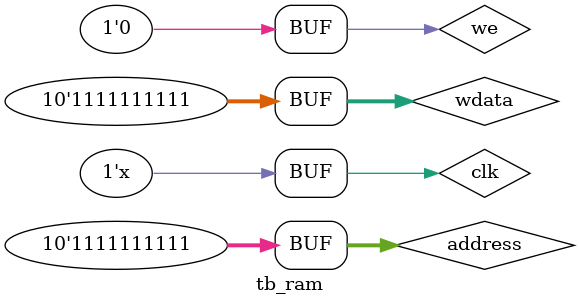
<source format=v>
`timescale 1ns / 1ps

module ramtask1(
    output wire [9:0] rdata,   // 10-bit data output
    input  wire       clk,     // Clock signal
    input  wire       we,      // Write enable
    input  wire [9:0] address, // 10-bit address input
    input  wire [9:0] wdata    // 10-bit write data
);

    // Memory array: 1024 entries of 10 bits each.
    reg [9:0] ram[1023:0];
    
    initial begin
        ram[0] = 10'b0000000101; //0000010100;
        ram[1] = 10'b0000001010;
        ram[2] = 10'b0000000100;
        ram[10] = 10'b0000010100;  //20
        ram[11] = 10'b0000010011;  //19
        ram[12] = 10'b0000010010;  //18
        ram[13] = 10'b0001010010;  //82
        ram[14] = 10'b0000000110;  //6
//        ram[0] = 10'b0000000100;
//        ram[1] = 10'b1001000000; 
//        //ram[2] = 10'b1000010000;//ARRAY 1 ADDRESS
//        ram[2] = 10'b0000000000;
//        ram[3] = 10'b0001010111;
//        ram[4] = 10'b0001100001;
//        ram[5] = 10'b0001100110;
//        ram[6] = 10'b0001100110;
//        ram[7] = 10'b0001101100;
//        ram[8] = 10'b0001100101;
//        ram[9] = 10'b0001110011;
//        ram[10] = 10'b0001000001;
//        ram[11] = 10'b0001101110;
//        ram[12] = 10'b0001100100;
//        ram[13] = 10'b0001010000;
//        ram[14] = 10'b0001100001;
//        ram[15] = 10'b0001101110;
//        ram[16] = 10'b0001100011;
//        ram[17] = 10'b0001100001;
//        ram[18] = 10'b0001101011;
//        ram[19] = 10'b0001100101;
//        ram[20] = 10'b0001110011;
//        ram[21] = 10'b0000000000;
//        ram[22] = 10'b1001000000;
     end

    // Asynchronous read: rdata immediately reflects the memory content at "address"
    assign rdata = ram[address];

    // Synchronous write: On the rising edge, if "we" is asserted,
    // write "wdata" into the memory at the given "address".
    always @(posedge clk) begin
        if (we)
            ram[address] <= wdata;
    end

endmodule

module tb_ram();
    wire [9:0] rdata;
    reg clk, we;
    reg [9:0] address;
    reg [9:0] wdata;
    
    ram dut(.rdata(rdata), .clk(clk), .we(we), .address(address), .wdata(wdata));
    
    parameter PERIOD = 10;
    initial clk = 1'b0;
    always #(PERIOD/2) clk = ~clk;
    
    initial begin
        // Basic write operations
        wdata = 10'h01;
        address = 10'd0;
        we = 1'b1;
        #PERIOD;

        wdata = 10'h02;
        address = 10'd75;     
        #PERIOD;

        wdata = 10'h03;
        address = 10'd60;     
        #PERIOD;

        // Read operations for addresses 0, 1, 2
        address = 10'd0;
        we = 1'b0;
        #PERIOD;

        address = 10'd1;
        #PERIOD;

        address = 10'd2;
        #PERIOD;

        // Additional write/read cycle
        wdata = 10'h04;
        address = 10'd25;
        we = 1'b1;
        #PERIOD;

        address = 10'd50;
        we = 1'b0;
        #PERIOD;

        // New test: write and read at the end address (1023)
        wdata = 10'h3FF; // Maximum 10-bit value
        address = 10'd1023;
        we = 1'b1;
        #PERIOD;

        we = 1'b0;
        address = 10'd1023;
        #PERIOD;
    end
endmodule
</source>
